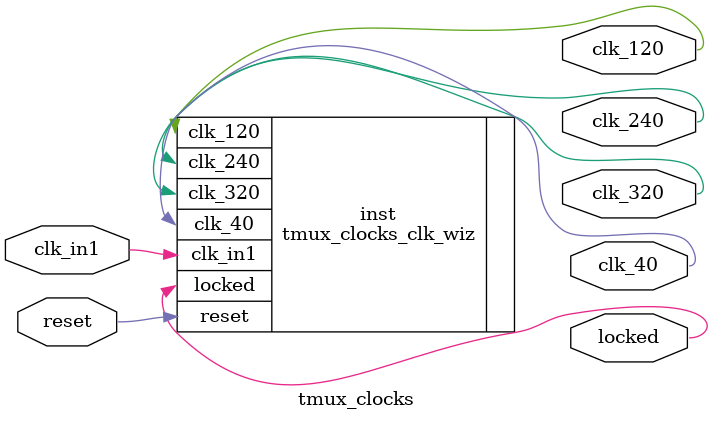
<source format=v>


`timescale 1ps/1ps

(* CORE_GENERATION_INFO = "tmux_clocks,clk_wiz_v6_0_1_0_0,{component_name=tmux_clocks,use_phase_alignment=false,use_min_o_jitter=false,use_max_i_jitter=false,use_dyn_phase_shift=false,use_inclk_switchover=false,use_dyn_reconfig=false,enable_axi=0,feedback_source=FDBK_AUTO,PRIMITIVE=MMCM,num_out_clk=4,clkin1_period=8.333,clkin2_period=10.0,use_power_down=false,use_reset=true,use_locked=true,use_inclk_stopped=false,feedback_type=SINGLE,CLOCK_MGR_TYPE=NA,manual_override=false}" *)

module tmux_clocks 
 (
  // Clock out ports
  output        clk_40,
  output        clk_120,
  output        clk_240,
  output        clk_320,
  // Status and control signals
  input         reset,
  output        locked,
 // Clock in ports
  input         clk_in1
 );

  tmux_clocks_clk_wiz inst
  (
  // Clock out ports  
  .clk_40(clk_40),
  .clk_120(clk_120),
  .clk_240(clk_240),
  .clk_320(clk_320),
  // Status and control signals               
  .reset(reset), 
  .locked(locked),
 // Clock in ports
  .clk_in1(clk_in1)
  );

endmodule

</source>
